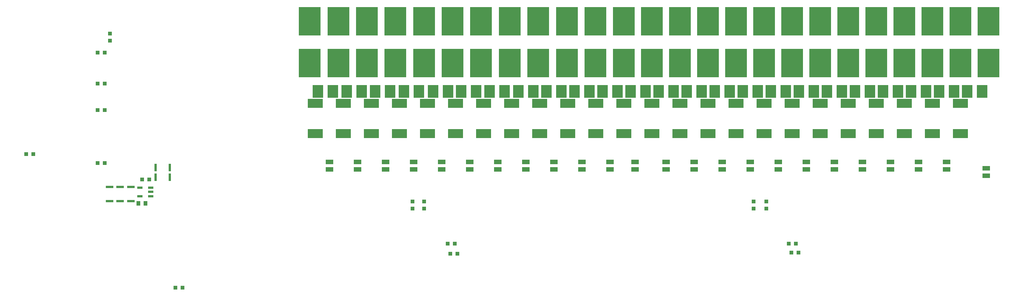
<source format=gbp>
G04*
G04 #@! TF.GenerationSoftware,Altium Limited,Altium Designer,19.0.4 (130)*
G04*
G04 Layer_Color=128*
%FSAX25Y25*%
%MOIN*%
G70*
G01*
G75*
%ADD32R,0.06600X0.04400*%
%ADD33R,0.03800X0.03500*%
%ADD34R,0.03500X0.03800*%
%ADD36R,0.03200X0.03900*%
%ADD44R,0.02441X0.07165*%
%ADD45R,0.07165X0.02441*%
%ADD133R,0.09700X0.11811*%
%ADD134R,0.19685X0.25720*%
%ADD135R,0.04528X0.02362*%
%ADD136R,0.13500X0.08000*%
D32*
X0330000Y0125708D02*
D03*
Y0119024D02*
D03*
X0355000D02*
D03*
Y0125708D02*
D03*
X0380000D02*
D03*
Y0119024D02*
D03*
X0405000D02*
D03*
Y0125708D02*
D03*
X0430000D02*
D03*
Y0119024D02*
D03*
X0455000D02*
D03*
Y0125708D02*
D03*
X0480000D02*
D03*
Y0119024D02*
D03*
X0505000D02*
D03*
Y0125708D02*
D03*
X0530000D02*
D03*
Y0119024D02*
D03*
X0555000D02*
D03*
Y0125708D02*
D03*
X0580000D02*
D03*
Y0119024D02*
D03*
X0602500D02*
D03*
Y0125708D02*
D03*
X0630000D02*
D03*
Y0119024D02*
D03*
X0655000D02*
D03*
Y0125708D02*
D03*
X0680000D02*
D03*
Y0119024D02*
D03*
X0705000D02*
D03*
Y0125708D02*
D03*
X0730000D02*
D03*
Y0119024D02*
D03*
X0755000D02*
D03*
Y0125708D02*
D03*
X0780000D02*
D03*
Y0119024D02*
D03*
X0805000D02*
D03*
Y0125708D02*
D03*
X0830000D02*
D03*
Y0119024D02*
D03*
X0855000D02*
D03*
Y0125708D02*
D03*
X0880000D02*
D03*
Y0119024D02*
D03*
X0915500Y0113158D02*
D03*
Y0119842D02*
D03*
D33*
X0719500Y0090100D02*
D03*
Y0083900D02*
D03*
X0708000Y0083950D02*
D03*
Y0090150D02*
D03*
X0404000Y0090100D02*
D03*
Y0083900D02*
D03*
X0134300Y0234000D02*
D03*
Y0240200D02*
D03*
X0414500Y0083868D02*
D03*
Y0090068D02*
D03*
D34*
X0741900Y0044511D02*
D03*
X0748100D02*
D03*
X0444100Y0043500D02*
D03*
X0437900D02*
D03*
X0739500Y0052500D02*
D03*
X0745700D02*
D03*
X0441700D02*
D03*
X0435500D02*
D03*
X0123400Y0124638D02*
D03*
X0129600D02*
D03*
X0066100Y0132512D02*
D03*
X0059900D02*
D03*
X0123400Y0223063D02*
D03*
X0129600D02*
D03*
Y0195567D02*
D03*
X0123400D02*
D03*
X0169333Y0109766D02*
D03*
X0163133D02*
D03*
X0192850Y0013100D02*
D03*
X0199050D02*
D03*
X0123400Y0171882D02*
D03*
X0129600D02*
D03*
D36*
X0159856Y0088595D02*
D03*
X0166156D02*
D03*
D44*
X0187844Y0120600D02*
D03*
X0175245D02*
D03*
Y0112000D02*
D03*
X0187844D02*
D03*
D45*
X0143360Y0090449D02*
D03*
Y0103047D02*
D03*
X0134000D02*
D03*
Y0090449D02*
D03*
X0153000D02*
D03*
Y0103047D02*
D03*
D133*
X0333115Y0188500D02*
D03*
X0319885D02*
D03*
X0345385D02*
D03*
X0358615D02*
D03*
X0384115D02*
D03*
X0370885D02*
D03*
X0396385D02*
D03*
X0409615D02*
D03*
X0435615D02*
D03*
X0422385D02*
D03*
X0447385D02*
D03*
X0460615D02*
D03*
X0486115D02*
D03*
X0472885D02*
D03*
X0498385D02*
D03*
X0511615D02*
D03*
X0536615D02*
D03*
X0523385D02*
D03*
X0548385D02*
D03*
X0561615D02*
D03*
X0586615D02*
D03*
X0573385D02*
D03*
X0598385D02*
D03*
X0611615D02*
D03*
X0636615D02*
D03*
X0623385D02*
D03*
X0648385D02*
D03*
X0661615D02*
D03*
X0686615D02*
D03*
X0673385D02*
D03*
X0698385D02*
D03*
X0711615D02*
D03*
X0736615D02*
D03*
X0723385D02*
D03*
X0748385D02*
D03*
X0761615D02*
D03*
X0786615D02*
D03*
X0773385D02*
D03*
X0798385D02*
D03*
X0811615D02*
D03*
X0836615D02*
D03*
X0823385D02*
D03*
X0848385D02*
D03*
X0861615D02*
D03*
X0886615D02*
D03*
X0873385D02*
D03*
X0898385D02*
D03*
X0911615D02*
D03*
D134*
X0312500Y0251202D02*
D03*
Y0213798D02*
D03*
X0337954D02*
D03*
Y0251202D02*
D03*
X0363409D02*
D03*
Y0213798D02*
D03*
X0388864D02*
D03*
Y0251202D02*
D03*
X0414318D02*
D03*
Y0213798D02*
D03*
X0439773D02*
D03*
Y0251202D02*
D03*
X0465227D02*
D03*
Y0213798D02*
D03*
X0490682D02*
D03*
Y0251202D02*
D03*
X0516136D02*
D03*
Y0213798D02*
D03*
X0541591D02*
D03*
Y0251202D02*
D03*
X0567045D02*
D03*
Y0213798D02*
D03*
X0592500D02*
D03*
Y0251202D02*
D03*
X0617500D02*
D03*
Y0213798D02*
D03*
X0642500D02*
D03*
Y0251202D02*
D03*
X0667500D02*
D03*
Y0213798D02*
D03*
X0692500D02*
D03*
Y0251202D02*
D03*
X0717500D02*
D03*
Y0213798D02*
D03*
X0742500D02*
D03*
Y0251202D02*
D03*
X0767500D02*
D03*
Y0213798D02*
D03*
X0792500D02*
D03*
Y0251202D02*
D03*
X0817500D02*
D03*
Y0213798D02*
D03*
X0842500D02*
D03*
Y0251202D02*
D03*
X0867500D02*
D03*
Y0213798D02*
D03*
X0892500D02*
D03*
Y0251202D02*
D03*
X0917500D02*
D03*
Y0213798D02*
D03*
D135*
X0170761Y0102480D02*
D03*
Y0098740D02*
D03*
Y0095000D02*
D03*
X0160919D02*
D03*
Y0102480D02*
D03*
D136*
X0892500Y0151016D02*
D03*
Y0177717D02*
D03*
X0867500D02*
D03*
Y0151016D02*
D03*
X0842500D02*
D03*
Y0177717D02*
D03*
X0817500D02*
D03*
Y0151016D02*
D03*
X0792500D02*
D03*
Y0177717D02*
D03*
X0767500D02*
D03*
Y0151016D02*
D03*
X0742500D02*
D03*
Y0177717D02*
D03*
X0717500D02*
D03*
Y0151016D02*
D03*
X0692500D02*
D03*
Y0177717D02*
D03*
X0667500D02*
D03*
Y0151016D02*
D03*
X0642500D02*
D03*
Y0177717D02*
D03*
X0617500D02*
D03*
Y0151016D02*
D03*
X0592500D02*
D03*
Y0177717D02*
D03*
X0567500D02*
D03*
Y0151016D02*
D03*
X0542500D02*
D03*
Y0177717D02*
D03*
X0517500D02*
D03*
Y0151016D02*
D03*
X0492500D02*
D03*
Y0177717D02*
D03*
X0467500D02*
D03*
Y0151016D02*
D03*
X0442500D02*
D03*
Y0177717D02*
D03*
X0417500D02*
D03*
Y0151016D02*
D03*
X0392500D02*
D03*
Y0177717D02*
D03*
X0367500D02*
D03*
Y0151016D02*
D03*
X0342524Y0151039D02*
D03*
Y0177740D02*
D03*
X0317500Y0177717D02*
D03*
Y0151016D02*
D03*
M02*

</source>
